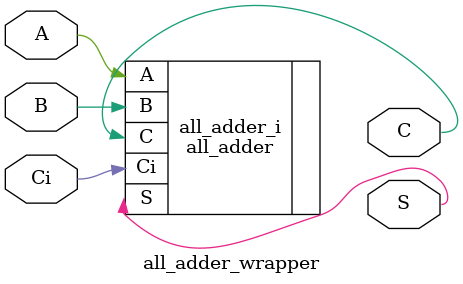
<source format=v>
`timescale 1 ps / 1 ps

module all_adder_wrapper
   (A,
    B,
    C,
    Ci,
    S);
  input A;
  input B;
  output C;
  input Ci;
  output S;

  wire A;
  wire B;
  wire C;
  wire Ci;
  wire S;

  all_adder all_adder_i
       (.A(A),
        .B(B),
        .C(C),
        .Ci(Ci),
        .S(S));
endmodule

</source>
